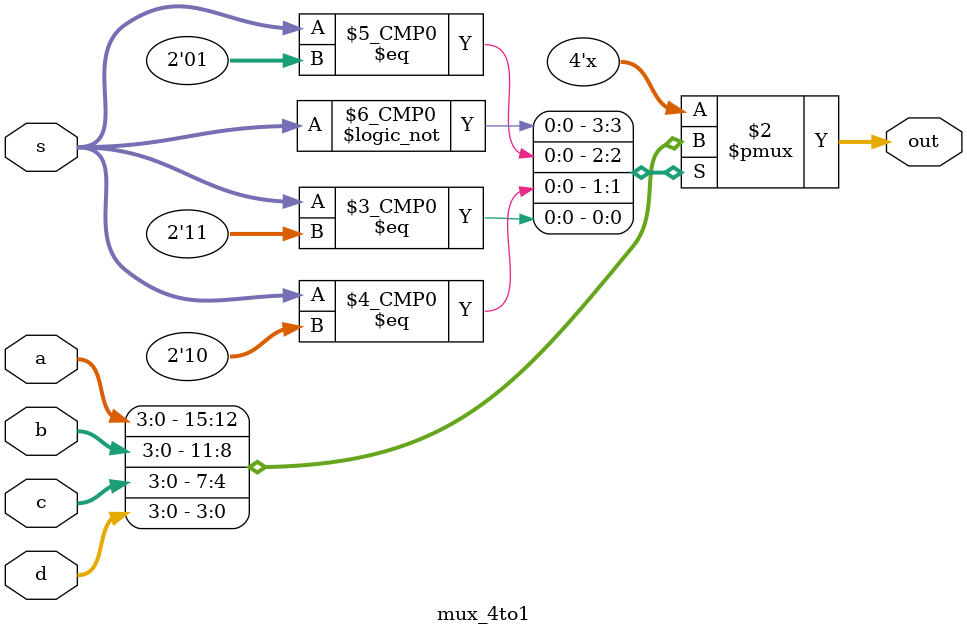
<source format=v>
module mux_4to1(input [1:0]s, input [3:0] a,b,c,d, output reg[3:0] out);

	always @(*)
	begin
		case(s)
			2'b00 : out <= a;
			2'b01 : out <= b;
			2'b10 : out <= c;
			2'b11 : out <= d;
		endcase
	end
endmodule 
</source>
